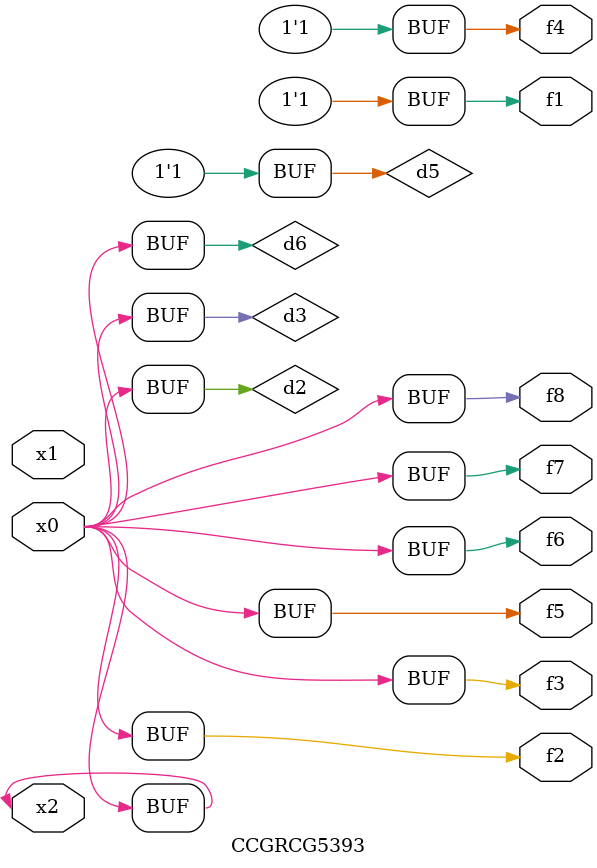
<source format=v>
module CCGRCG5393(
	input x0, x1, x2,
	output f1, f2, f3, f4, f5, f6, f7, f8
);

	wire d1, d2, d3, d4, d5, d6;

	xnor (d1, x2);
	buf (d2, x0, x2);
	and (d3, x0);
	xnor (d4, x1, x2);
	nand (d5, d1, d3);
	buf (d6, d2, d3);
	assign f1 = d5;
	assign f2 = d6;
	assign f3 = d6;
	assign f4 = d5;
	assign f5 = d6;
	assign f6 = d6;
	assign f7 = d6;
	assign f8 = d6;
endmodule

</source>
